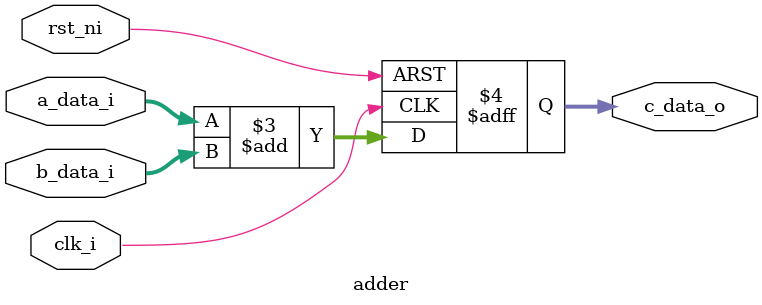
<source format=sv>
module adder #(
  parameter int unsigned DataWidth = 8
)(
  input  logic                 clk_i,
  input  logic                 rst_ni,
  input  logic [DataWidth-1:0] a_data_i,
  input  logic [DataWidth-1:0] b_data_i,
  output logic [DataWidth-1:0] c_data_o
);

  always_ff @ (posedge clk_i or negedge rst_ni) begin
    if ( !rst_ni ) begin
      c_data_o <= {DataWidth{1'b0}};
    end else begin
      c_data_o <= a_data_i + b_data_i;
    end
  end

endmodule

</source>
